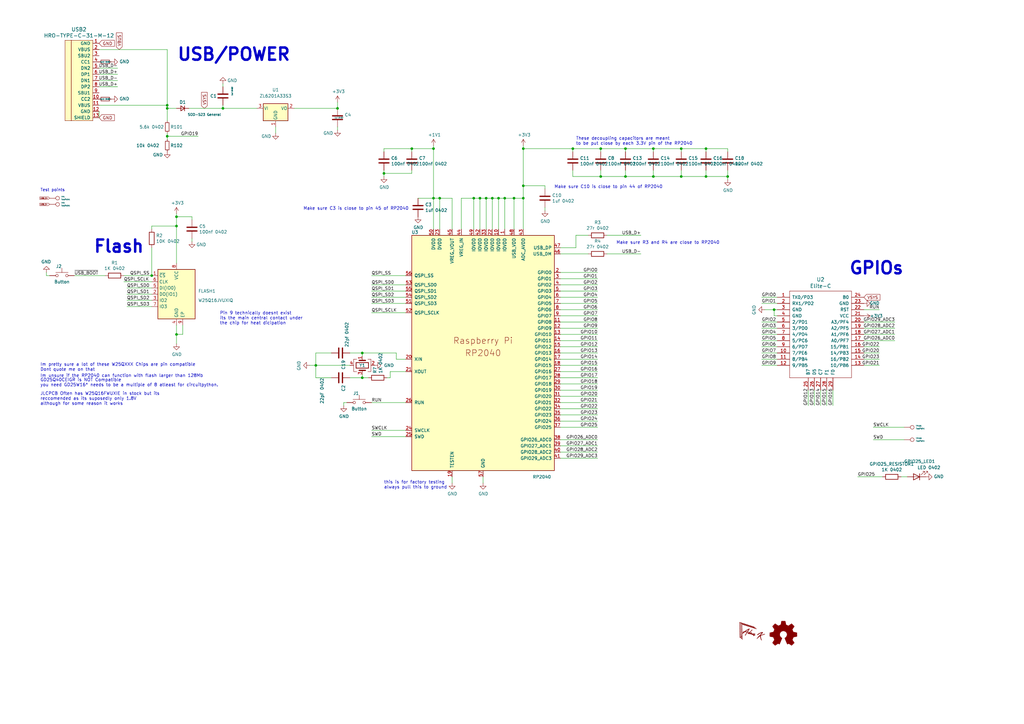
<source format=kicad_sch>
(kicad_sch (version 20230121) (generator eeschema)
  (paper "A3")
  (title_block (title "Raspberry Pi Pico Clone") (date "2020-12-18") (rev "REV1") (company "Envious.Design"))
  (lib_symbols
    (symbol "Connector:TestPoint" (pin_numbers hide) (pin_names (offset 0.762) hide)
      (property "Reference" "TP" (at 0 6.858 0))
      (property "Value" "TestPoint" (at 0 5.08 0))
      (symbol "TestPoint_1_1"
        (pin passive line (at 0 0 90) (length 2.54) (name "1") (number "1"))
      )
    )
    (symbol "Device:C" (pin_numbers hide) (pin_names (offset 0.254))
      (property "Reference" "C" (at 0.635 2.54 0))
      (property "Value" "C" (at 0.635 -2.54 0))
      (symbol "C_1_1"
        (pin passive line (at 0 3.81 270) (length 2.794) (name "~") (number "1"))
        (pin passive line (at 0 -3.81 90) (length 2.794) (name "~") (number "2"))
      )
    )
    (symbol "Device:Crystal_GND24" (pin_names (offset 1.016) hide)
      (property "Reference" "Y" (at 3.175 5.08 0))
      (property "Value" "Crystal_GND24" (at 3.175 3.175 0))
      (symbol "Crystal_GND24_1_1"
        (pin passive line (at -3.81 0 0) (length 1.27) (name "1") (number "1"))
        (pin passive line (at 0 5.08 270) (length 1.27) (name "2") (number "2"))
        (pin passive line (at 3.81 0 180) (length 1.27) (name "3") (number "3"))
        (pin passive line (at 0 -5.08 90) (length 1.27) (name "4") (number "4"))
      )
    )
    (symbol "Device:D_Small" (pin_numbers hide) (pin_names (offset 0.254) hide)
      (property "Reference" "D" (at -1.27 2.032 0))
      (property "Value" "D_Small" (at -3.81 -2.032 0))
      (symbol "D_Small_1_1"
        (pin passive line (at -2.54 0 0) (length 1.778) (name "K") (number "1"))
        (pin passive line (at 2.54 0 180) (length 1.778) (name "A") (number "2"))
      )
    )
    (symbol "Device:LED" (pin_numbers hide) (pin_names (offset 1.016) hide)
      (property "Reference" "D" (at 0 2.54 0))
      (property "Value" "LED" (at 0 -2.54 0))
      (symbol "LED_1_1"
        (pin passive line (at -3.81 0 0) (length 2.54) (name "K") (number "1"))
        (pin passive line (at 3.81 0 180) (length 2.54) (name "A") (number "2"))
      )
    )
    (symbol "Device:R" (pin_numbers hide) (pin_names (offset 0))
      (property "Reference" "R" (at 2.032 0 90))
      (property "Value" "R" (at 0 0 90))
      (symbol "R_1_1"
        (pin passive line (at 0 3.81 270) (length 1.27) (name "~") (number "1"))
        (pin passive line (at 0 -3.81 90) (length 1.27) (name "~") (number "2"))
      )
    )
    (symbol "Device:R_Small" (pin_numbers hide) (pin_names (offset 0.254) hide)
      (property "Reference" "R" (at 0.762 0.508 0))
      (property "Value" "R_Small" (at 0.762 -1.016 0))
      (symbol "R_Small_1_1"
        (pin passive line (at 0 2.54 270) (length 0.762) (name "~") (number "1"))
        (pin passive line (at 0 -2.54 90) (length 0.762) (name "~") (number "2"))
      )
    )
    (symbol "Graphic:Logo_Open_Hardware_Small" (pin_names (offset 1.016)))
    (symbol "MCU_RaspberryPi_RP2040:RP2040" (pin_names (offset 1.016))
      (property "Reference" "U" (at -29.21 49.53 0))
      (property "Value" "RP2040" (at 24.13 -49.53 0))
      (symbol "RP2040_0_0"
        (text "Raspberry Pi" (at 0 5.08 0) (effects (font (size 2.54 2.54))))
        (text "RP2040" (at 0 0 0) (effects (font (size 2.54 2.54))))
      )
      (symbol "RP2040_1_1"
        (pin power_in line (at 8.89 50.8 270) (length 2.54) (name "IOVDD") (number "1"))
        (pin power_in line (at 6.35 50.8 270) (length 2.54) (name "IOVDD") (number "10"))
        (pin bidirectional line (at 31.75 12.7 180) (length 2.54) (name "GPIO8") (number "11"))
        (pin bidirectional line (at 31.75 10.16 180) (length 2.54) (name "GPIO9") (number "12"))
        (pin bidirectional line (at 31.75 7.62 180) (length 2.54) (name "GPIO10") (number "13"))
        (pin bidirectional line (at 31.75 5.08 180) (length 2.54) (name "GPIO11") (number "14"))
        (pin bidirectional line (at 31.75 2.54 180) (length 2.54) (name "GPIO12") (number "15"))
        (pin bidirectional line (at 31.75 0 180) (length 2.54) (name "GPIO13") (number "16"))
        (pin bidirectional line (at 31.75 -2.54 180) (length 2.54) (name "GPIO14") (number "17"))
        (pin bidirectional line (at 31.75 -5.08 180) (length 2.54) (name "GPIO15") (number "18"))
        (pin passive line (at -12.7 -50.8 90) (length 2.54) (name "TESTEN") (number "19"))
        (pin bidirectional line (at 31.75 33.02 180) (length 2.54) (name "GPIO0") (number "2"))
        (pin input line (at -31.75 -2.54 0) (length 2.54) (name "XIN") (number "20"))
        (pin passive line (at -31.75 -7.62 0) (length 2.54) (name "XOUT") (number "21"))
        (pin power_in line (at 3.81 50.8 270) (length 2.54) (name "IOVDD") (number "22"))
        (pin power_in line (at -17.78 50.8 270) (length 2.54) (name "DVDD") (number "23"))
        (pin output line (at -31.75 -31.75 0) (length 2.54) (name "SWCLK") (number "24"))
        (pin bidirectional line (at -31.75 -34.29 0) (length 2.54) (name "SWD") (number "25"))
        (pin input line (at -31.75 -20.32 0) (length 2.54) (name "RUN") (number "26"))
        (pin bidirectional line (at 31.75 -7.62 180) (length 2.54) (name "GPIO16") (number "27"))
        (pin bidirectional line (at 31.75 -10.16 180) (length 2.54) (name "GPIO17") (number "28"))
        (pin bidirectional line (at 31.75 -12.7 180) (length 2.54) (name "GPIO18") (number "29"))
        (pin bidirectional line (at 31.75 30.48 180) (length 2.54) (name "GPIO1") (number "3"))
        (pin bidirectional line (at 31.75 -15.24 180) (length 2.54) (name "GPIO19") (number "30"))
        (pin bidirectional line (at 31.75 -17.78 180) (length 2.54) (name "GPIO20") (number "31"))
        (pin bidirectional line (at 31.75 -20.32 180) (length 2.54) (name "GPIO21") (number "32"))
        (pin power_in line (at 1.27 50.8 270) (length 2.54) (name "IOVDD") (number "33"))
        (pin bidirectional line (at 31.75 -22.86 180) (length 2.54) (name "GPIO22") (number "34"))
        (pin bidirectional line (at 31.75 -25.4 180) (length 2.54) (name "GPIO23") (number "35"))
        (pin bidirectional line (at 31.75 -27.94 180) (length 2.54) (name "GPIO24") (number "36"))
        (pin bidirectional line (at 31.75 -30.48 180) (length 2.54) (name "GPIO25") (number "37"))
        (pin bidirectional line (at 31.75 -35.56 180) (length 2.54) (name "GPIO26_ADC0") (number "38"))
        (pin bidirectional line (at 31.75 -38.1 180) (length 2.54) (name "GPIO27_ADC1") (number "39"))
        (pin bidirectional line (at 31.75 27.94 180) (length 2.54) (name "GPIO2") (number "4"))
        (pin bidirectional line (at 31.75 -40.64 180) (length 2.54) (name "GPIO28_ADC2") (number "40"))
        (pin bidirectional line (at 31.75 -43.18 180) (length 2.54) (name "GPIO29_ADC3") (number "41"))
        (pin power_in line (at -1.27 50.8 270) (length 2.54) (name "IOVDD") (number "42"))
        (pin power_in line (at 16.51 50.8 270) (length 2.54) (name "ADC_AVDD") (number "43"))
        (pin power_in line (at -8.89 50.8 270) (length 2.54) (name "VREG_IN") (number "44"))
        (pin power_out line (at -12.7 50.8 270) (length 2.54) (name "VREG_VOUT") (number "45"))
        (pin bidirectional line (at 31.75 40.64 180) (length 2.54) (name "USB_DM") (number "46"))
        (pin bidirectional line (at 31.75 43.18 180) (length 2.54) (name "USB_DP") (number "47"))
        (pin power_in line (at 12.7 50.8 270) (length 2.54) (name "USB_VDD") (number "48"))
        (pin power_in line (at -3.81 50.8 270) (length 2.54) (name "IOVDD") (number "49"))
        (pin bidirectional line (at 31.75 25.4 180) (length 2.54) (name "GPIO3") (number "5"))
        (pin power_in line (at -20.32 50.8 270) (length 2.54) (name "DVDD") (number "50"))
        (pin bidirectional line (at -31.75 20.32 0) (length 2.54) (name "QSPI_SD3") (number "51"))
        (pin output line (at -31.75 16.51 0) (length 2.54) (name "QSPI_SCLK") (number "52"))
        (pin bidirectional line (at -31.75 27.94 0) (length 2.54) (name "QSPI_SD0") (number "53"))
        (pin bidirectional line (at -31.75 22.86 0) (length 2.54) (name "QSPI_SD2") (number "54"))
        (pin bidirectional line (at -31.75 25.4 0) (length 2.54) (name "QSPI_SD1") (number "55"))
        (pin bidirectional line (at -31.75 31.75 0) (length 2.54) (name "QSPI_SS") (number "56"))
        (pin power_in line (at 0 -50.8 90) (length 2.54) (name "GND") (number "57"))
        (pin bidirectional line (at 31.75 22.86 180) (length 2.54) (name "GPIO4") (number "6"))
        (pin bidirectional line (at 31.75 20.32 180) (length 2.54) (name "GPIO5") (number "7"))
        (pin bidirectional line (at 31.75 17.78 180) (length 2.54) (name "GPIO6") (number "8"))
        (pin bidirectional line (at 31.75 15.24 180) (length 2.54) (name "GPIO7") (number "9"))
      )
    )
    (symbol "Memory_Flash:W25Q32JVZP"
      (property "Reference" "U" (at -6.35 11.43 0))
      (property "Value" "W25Q32JVZP" (at 7.62 11.43 0))
      (symbol "W25Q32JVZP_1_1"
        (pin input line (at -10.16 7.62 0) (length 2.54) (name "~{CS}") (number "1"))
        (pin bidirectional line (at -10.16 0 0) (length 2.54) (name "DO(IO1)") (number "2"))
        (pin bidirectional line (at -10.16 -2.54 0) (length 2.54) (name "IO2") (number "3"))
        (pin power_in line (at 0 -12.7 90) (length 2.54) (name "GND") (number "4"))
        (pin bidirectional line (at -10.16 2.54 0) (length 2.54) (name "DI(IO0)") (number "5"))
        (pin input line (at -10.16 5.08 0) (length 2.54) (name "CLK") (number "6"))
        (pin bidirectional line (at -10.16 -5.08 0) (length 2.54) (name "IO3") (number "7"))
        (pin power_in line (at 0 12.7 270) (length 2.54) (name "VCC") (number "8"))
        (pin passive line (at 2.54 -12.7 90) (length 2.54) (name "EP") (number "9"))
      )
    )
    (symbol "Regulator_Linear:XC6206PxxxMR" (pin_names (offset 0.254))
      (property "Reference" "U" (at -3.81 3.175 0))
      (property "Value" "XC6206PxxxMR" (at 0 3.175 0))
      (symbol "XC6206PxxxMR_1_1"
        (pin power_in line (at 0 -7.62 90) (length 2.54) (name "GND") (number "1"))
        (pin power_out line (at 7.62 0 180) (length 2.54) (name "VO") (number "2"))
        (pin power_in line (at -7.62 0 0) (length 2.54) (name "VI") (number "3"))
      )
    )
    (symbol "Switch:SW_Push" (pin_numbers hide) (pin_names (offset 1.016) hide)
      (property "Reference" "SW" (at 1.27 2.54 0))
      (property "Value" "SW_Push" (at 0 -1.524 0))
      (symbol "SW_Push_0_1"
        (pin passive line (at -5.08 0 0) (length 2.54) (name "1") (number "1"))
        (pin passive line (at 5.08 0 180) (length 2.54) (name "2") (number "2"))
      )
    )
    (symbol "Type-C:HRO-TYPE-C-31-M-12" (pin_names (offset 1.016))
      (property "Reference" "USB" (at -5.08 16.51 0))
      (property "Value" "HRO-TYPE-C-31-M-12" (at -10.16 -1.27 90))
      (symbol "HRO-TYPE-C-31-M-12_1_1"
        (pin input line (at 2.54 13.97 180) (length 2.54) (name "GND") (number "1"))
        (pin input line (at 2.54 -8.89 180) (length 2.54) (name "CC2") (number "10"))
        (pin input line (at 2.54 -11.43 180) (length 2.54) (name "VBUS") (number "11"))
        (pin input line (at 2.54 -13.97 180) (length 2.54) (name "GND") (number "12"))
        (pin input line (at 2.54 -16.51 180) (length 2.54) (name "SHIELD") (number "13"))
        (pin input line (at 2.54 11.43 180) (length 2.54) (name "VBUS") (number "2"))
        (pin input line (at 2.54 8.89 180) (length 2.54) (name "SBU2") (number "3"))
        (pin input line (at 2.54 6.35 180) (length 2.54) (name "CC1") (number "4"))
        (pin input line (at 2.54 3.81 180) (length 2.54) (name "DN2") (number "5"))
        (pin input line (at 2.54 1.27 180) (length 2.54) (name "DP1") (number "6"))
        (pin input line (at 2.54 -1.27 180) (length 2.54) (name "DN1") (number "7"))
        (pin input line (at 2.54 -3.81 180) (length 2.54) (name "DP2") (number "8"))
        (pin input line (at 2.54 -6.35 180) (length 2.54) (name "SBU1") (number "9"))
      )
    )
    (symbol "keebio:Elite-C" (pin_names (offset 1.016))
      (property "Reference" "U" (at 0 0 0))
      (property "Value" "Elite-C" (at 0 2.54 0))
      (symbol "Elite-C_1_1"
        (pin input line (at -17.78 13.97 0) (length 5.08) (name "TX0/PD3") (number "1"))
        (pin input line (at -17.78 -8.89 0) (length 5.08) (name "7/PE6") (number "10"))
        (pin input line (at -17.78 -11.43 0) (length 5.08) (name "8/PB4") (number "11"))
        (pin input line (at -17.78 -13.97 0) (length 5.08) (name "9/PB5") (number "12"))
        (pin input line (at 17.78 -13.97 180) (length 5.08) (name "10/PB6") (number "13"))
        (pin input line (at 17.78 -11.43 180) (length 5.08) (name "16/PB2") (number "14"))
        (pin input line (at 17.78 -8.89 180) (length 5.08) (name "14/PB3") (number "15"))
        (pin input line (at 17.78 -6.35 180) (length 5.08) (name "15/PB1") (number "16"))
        (pin input line (at 17.78 -3.81 180) (length 5.08) (name "A0/PF7") (number "17"))
        (pin input line (at 17.78 -1.27 180) (length 5.08) (name "A1/PF6") (number "18"))
        (pin input line (at 17.78 1.27 180) (length 5.08) (name "A2/PF5") (number "19"))
        (pin input line (at -17.78 11.43 0) (length 5.08) (name "RX1/PD2") (number "2"))
        (pin input line (at 17.78 3.81 180) (length 5.08) (name "A3/PF4") (number "20"))
        (pin input line (at 17.78 6.35 180) (length 5.08) (name "VCC") (number "21"))
        (pin input line (at 17.78 8.89 180) (length 5.08) (name "RST") (number "22"))
        (pin input line (at 17.78 11.43 180) (length 5.08) (name "GND") (number "23"))
        (pin input line (at 17.78 13.97 180) (length 5.08) (name "B0") (number "24"))
        (pin input line (at -5.08 -24.13 90) (length 5.08) (name "B7") (number "25"))
        (pin input line (at -2.54 -24.13 90) (length 5.08) (name "D5") (number "26"))
        (pin input line (at 0 -24.13 90) (length 5.08) (name "C7") (number "27"))
        (pin input line (at 2.54 -24.13 90) (length 5.08) (name "F1") (number "28"))
        (pin input line (at 5.08 -24.13 90) (length 5.08) (name "F0") (number "29"))
        (pin input line (at -17.78 8.89 0) (length 5.08) (name "GND") (number "3"))
        (pin input line (at -17.78 6.35 0) (length 5.08) (name "GND") (number "4"))
        (pin input line (at -17.78 3.81 0) (length 5.08) (name "2/PD1") (number "5"))
        (pin input line (at -17.78 1.27 0) (length 5.08) (name "3/PD0") (number "6"))
        (pin input line (at -17.78 -1.27 0) (length 5.08) (name "4/PD4") (number "7"))
        (pin input line (at -17.78 -3.81 0) (length 5.08) (name "5/PC6") (number "8"))
        (pin input line (at -17.78 -6.35 0) (length 5.08) (name "6/PD7") (number "9"))
      )
    )
    (symbol "logo:LOGO" (pin_names (offset 1.016)))
    (symbol "power:+1V1" (power) (pin_names (offset 0))
      (property "Value" "+1V1" (at 0 3.556 0))
      (symbol "+1V1_1_1"
        (pin power_in line (at 0 0 90) (length 0) hide (name "+1V1") (number "1"))
      )
    )
    (symbol "power:+3V3" (power) (pin_names (offset 0))
      (property "Value" "+3V3" (at 0 3.556 0))
      (symbol "+3V3_1_1"
        (pin power_in line (at 0 0 90) (length 0) hide (name "+3V3") (number "1"))
      )
    )
    (symbol "power:GND" (power) (pin_names (offset 0))
      (property "Value" "GND" (at 0 -3.81 0))
      (symbol "GND_1_1"
        (pin power_in line (at 0 0 270) (length 0) hide (name "GND") (number "1"))
      )
    )
  )
  (junction (at 267.97 72.39))
  (junction (at 199.39 81.28))
  (junction (at 289.56 60.96))
  (junction (at 201.93 81.28))
  (junction (at 157.48 71.12))
  (junction (at 148.59 154.94))
  (junction (at 129.54 149.86))
  (junction (at 256.54 60.96))
  (junction (at 72.39 137.16))
  (junction (at 91.44 44.45))
  (junction (at 68.58 43.18))
  (junction (at 62.23 113.03))
  (junction (at 180.34 81.28))
  (junction (at 246.38 72.39))
  (junction (at 68.58 55.88))
  (junction (at 196.85 81.28))
  (junction (at 72.39 88.9))
  (junction (at 177.8 60.96))
  (junction (at 279.4 60.96))
  (junction (at 68.58 44.45))
  (junction (at 214.63 76.2))
  (junction (at 234.95 60.96))
  (junction (at 210.82 81.28))
  (junction (at 279.4 72.39))
  (junction (at 256.54 72.39))
  (junction (at 72.39 92.71))
  (junction (at 289.56 72.39))
  (junction (at 214.63 60.96))
  (junction (at 168.91 60.96))
  (junction (at 317.5 127))
  (junction (at 298.45 72.39))
  (junction (at 207.01 81.28))
  (junction (at 177.8 81.28))
  (junction (at 267.97 60.96))
  (junction (at 148.59 144.78))
  (junction (at 194.31 81.28))
  (junction (at 204.47 81.28))
  (junction (at 214.63 81.28))
  (junction (at 246.38 60.96))
  (junction (at 138.43 44.45))
  (wire (pts (xy 157.48 71.12) (xy 168.91 71.12)))
  (wire (pts (xy 358.14 180.34) (xy 370.84 180.34)))
  (wire (pts (xy 152.4 116.84) (xy 166.37 116.84)))
  (wire (pts (xy 177.8 81.28) (xy 177.8 93.98)))
  (wire (pts (xy 185.42 93.98) (xy 185.42 81.28)))
  (wire (pts (xy 289.56 72.39) (xy 298.45 72.39)))
  (wire (pts (xy 91.44 43.18) (xy 91.44 44.45)))
  (wire (pts (xy 201.93 93.98) (xy 201.93 81.28)))
  (wire (pts (xy 78.74 90.17) (xy 78.74 88.9)))
  (wire (pts (xy 369.57 195.58) (xy 372.11 195.58)))
  (wire (pts (xy 68.58 20.32) (xy 40.64 20.32)))
  (wire (pts (xy 43.18 113.03) (xy 30.48 113.03)))
  (wire (pts (xy 40.64 33.02) (xy 48.26 33.02)))
  (wire (pts (xy 267.97 72.39) (xy 256.54 72.39)))
  (wire (pts (xy 312.42 124.46) (xy 318.77 124.46)))
  (wire (pts (xy 229.87 152.4) (xy 245.11 152.4)))
  (wire (pts (xy 361.95 195.58) (xy 351.79 195.58)))
  (wire (pts (xy 140.97 165.1) (xy 140.97 166.37)))
  (wire (pts (xy 229.87 114.3) (xy 245.11 114.3)))
  (wire (pts (xy 189.23 93.98) (xy 189.23 81.28)))
  (wire (pts (xy 148.59 153.67) (xy 148.59 154.94)))
  (wire (pts (xy 289.56 60.96) (xy 298.45 60.96)))
  (wire (pts (xy 229.87 129.54) (xy 245.11 129.54)))
  (wire (pts (xy 78.74 88.9) (xy 72.39 88.9)))
  (wire (pts (xy 256.54 69.85) (xy 256.54 72.39)))
  (wire (pts (xy 129.54 149.86) (xy 129.54 144.78)))
  (wire (pts (xy 229.87 154.94) (xy 245.11 154.94)))
  (wire (pts (xy 68.58 43.18) (xy 68.58 44.45)))
  (wire (pts (xy 334.01 166.37) (xy 334.01 160.02)))
  (wire (pts (xy 298.45 69.85) (xy 298.45 72.39)))
  (wire (pts (xy 229.87 157.48) (xy 245.11 157.48)))
  (wire (pts (xy 339.09 166.37) (xy 339.09 160.02)))
  (wire (pts (xy 256.54 62.23) (xy 256.54 60.96)))
  (wire (pts (xy 223.52 85.09) (xy 223.52 86.36)))
  (wire (pts (xy 236.22 96.52) (xy 241.3 96.52)))
  (wire (pts (xy 229.87 175.26) (xy 245.11 175.26)))
  (wire (pts (xy 354.33 132.08) (xy 367.03 132.08)))
  (wire (pts (xy 196.85 93.98) (xy 196.85 81.28)))
  (wire (pts (xy 68.58 55.88) (xy 81.28 55.88)))
  (wire (pts (xy 229.87 134.62) (xy 245.11 134.62)))
  (wire (pts (xy 354.33 127) (xy 360.68 127)))
  (wire (pts (xy 210.82 81.28) (xy 214.63 81.28)))
  (wire (pts (xy 162.56 147.32) (xy 166.37 147.32)))
  (wire (pts (xy 210.82 93.98) (xy 210.82 81.28)))
  (wire (pts (xy 246.38 72.39) (xy 256.54 72.39)))
  (wire (pts (xy 341.63 166.37) (xy 341.63 160.02)))
  (wire (pts (xy 77.47 44.45) (xy 91.44 44.45)))
  (wire (pts (xy 91.44 44.45) (xy 105.41 44.45)))
  (wire (pts (xy 229.87 187.96) (xy 245.11 187.96)))
  (wire (pts (xy 354.33 137.16) (xy 367.03 137.16)))
  (wire (pts (xy 148.59 154.94) (xy 151.13 154.94)))
  (wire (pts (xy 199.39 93.98) (xy 199.39 81.28)))
  (wire (pts (xy 68.58 20.32) (xy 68.58 43.18)))
  (wire (pts (xy 68.58 49.53) (xy 68.58 44.45)))
  (wire (pts (xy 298.45 73.66) (xy 298.45 72.39)))
  (wire (pts (xy 48.26 27.94) (xy 40.64 27.94)))
  (wire (pts (xy 62.23 118.11) (xy 52.07 118.11)))
  (wire (pts (xy 207.01 81.28) (xy 207.01 93.98)))
  (wire (pts (xy 72.39 140.97) (xy 72.39 137.16)))
  (wire (pts (xy 177.8 59.69) (xy 177.8 60.96)))
  (wire (pts (xy 246.38 60.96) (xy 256.54 60.96)))
  (wire (pts (xy 279.4 72.39) (xy 267.97 72.39)))
  (wire (pts (xy 289.56 60.96) (xy 289.56 62.23)))
  (wire (pts (xy 120.65 44.45) (xy 138.43 44.45)))
  (wire (pts (xy 189.23 81.28) (xy 194.31 81.28)))
  (wire (pts (xy 50.8 115.57) (xy 62.23 115.57)))
  (wire (pts (xy 354.33 139.7) (xy 367.03 139.7)))
  (wire (pts (xy 127 149.86) (xy 129.54 149.86)))
  (wire (pts (xy 68.58 44.45) (xy 72.39 44.45)))
  (wire (pts (xy 129.54 154.94) (xy 129.54 149.86)))
  (wire (pts (xy 129.54 149.86) (xy 143.51 149.86)))
  (wire (pts (xy 158.75 154.94) (xy 160.02 154.94)))
  (wire (pts (xy 143.51 154.94) (xy 148.59 154.94)))
  (wire (pts (xy 229.87 132.08) (xy 245.11 132.08)))
  (wire (pts (xy 229.87 170.18) (xy 245.11 170.18)))
  (wire (pts (xy 229.87 142.24) (xy 245.11 142.24)))
  (wire (pts (xy 229.87 172.72) (xy 245.11 172.72)))
  (wire (pts (xy 360.68 144.78) (xy 354.33 144.78)))
  (wire (pts (xy 354.33 142.24) (xy 360.68 142.24)))
  (wire (pts (xy 318.77 142.24) (xy 312.42 142.24)))
  (wire (pts (xy 318.77 147.32) (xy 312.42 147.32)))
  (wire (pts (xy 317.5 127) (xy 317.5 129.54)))
  (wire (pts (xy 312.42 139.7) (xy 318.77 139.7)))
  (wire (pts (xy 279.4 60.96) (xy 289.56 60.96)))
  (wire (pts (xy 62.23 92.71) (xy 72.39 92.71)))
  (wire (pts (xy 168.91 60.96) (xy 177.8 60.96)))
  (wire (pts (xy 229.87 137.16) (xy 245.11 137.16)))
  (wire (pts (xy 229.87 180.34) (xy 245.11 180.34)))
  (wire (pts (xy 62.23 101.6) (xy 62.23 113.03)))
  (wire (pts (xy 248.92 96.52) (xy 262.89 96.52)))
  (wire (pts (xy 229.87 147.32) (xy 245.11 147.32)))
  (wire (pts (xy 194.31 81.28) (xy 196.85 81.28)))
  (wire (pts (xy 336.55 166.37) (xy 336.55 160.02)))
  (wire (pts (xy 157.48 62.23) (xy 157.48 60.96)))
  (wire (pts (xy 214.63 60.96) (xy 234.95 60.96)))
  (wire (pts (xy 166.37 113.03) (xy 152.4 113.03)))
  (wire (pts (xy 229.87 111.76) (xy 245.11 111.76)))
  (wire (pts (xy 313.69 127) (xy 317.5 127)))
  (wire (pts (xy 229.87 116.84) (xy 245.11 116.84)))
  (wire (pts (xy 157.48 60.96) (xy 168.91 60.96)))
  (wire (pts (xy 180.34 93.98) (xy 180.34 81.28)))
  (wire (pts (xy 312.42 132.08) (xy 318.77 132.08)))
  (wire (pts (xy 229.87 165.1) (xy 245.11 165.1)))
  (wire (pts (xy 152.4 121.92) (xy 166.37 121.92)))
  (wire (pts (xy 166.37 176.53) (xy 152.4 176.53)))
  (wire (pts (xy 148.59 144.78) (xy 162.56 144.78)))
  (wire (pts (xy 162.56 147.32) (xy 162.56 144.78)))
  (wire (pts (xy 298.45 60.96) (xy 298.45 62.23)))
  (wire (pts (xy 229.87 167.64) (xy 245.11 167.64)))
  (wire (pts (xy 214.63 59.69) (xy 214.63 60.96)))
  (wire (pts (xy 180.34 81.28) (xy 177.8 81.28)))
  (wire (pts (xy 152.4 124.46) (xy 166.37 124.46)))
  (wire (pts (xy 138.43 41.91) (xy 138.43 44.45)))
  (wire (pts (xy 331.47 166.37) (xy 331.47 160.02)))
  (wire (pts (xy 194.31 93.98) (xy 194.31 81.28)))
  (wire (pts (xy 50.8 113.03) (xy 62.23 113.03)))
  (wire (pts (xy 52.07 120.65) (xy 62.23 120.65)))
  (wire (pts (xy 157.48 69.85) (xy 157.48 71.12)))
  (wire (pts (xy 185.42 81.28) (xy 180.34 81.28)))
  (wire (pts (xy 72.39 137.16) (xy 72.39 133.35)))
  (wire (pts (xy 354.33 147.32) (xy 360.68 147.32)))
  (wire (pts (xy 72.39 87.63) (xy 72.39 88.9)))
  (wire (pts (xy 229.87 162.56) (xy 245.11 162.56)))
  (wire (pts (xy 234.95 62.23) (xy 234.95 60.96)))
  (wire (pts (xy 229.87 124.46) (xy 245.11 124.46)))
  (wire (pts (xy 72.39 88.9) (xy 72.39 92.71)))
  (wire (pts (xy 312.42 149.86) (xy 318.77 149.86)))
  (wire (pts (xy 289.56 69.85) (xy 289.56 72.39)))
  (wire (pts (xy 229.87 101.6) (xy 236.22 101.6)))
  (wire (pts (xy 236.22 96.52) (xy 236.22 101.6)))
  (wire (pts (xy 185.42 195.58) (xy 185.42 198.12)))
  (wire (pts (xy 19.05 113.03) (xy 19.05 111.76)))
  (wire (pts (xy 166.37 128.27) (xy 152.4 128.27)))
  (wire (pts (xy 267.97 60.96) (xy 279.4 60.96)))
  (wire (pts (xy 267.97 69.85) (xy 267.97 72.39)))
  (wire (pts (xy 199.39 81.28) (xy 201.93 81.28)))
  (wire (pts (xy 234.95 69.85) (xy 234.95 72.39)))
  (wire (pts (xy 229.87 182.88) (xy 245.11 182.88)))
  (wire (pts (xy 40.64 35.56) (xy 48.26 35.56)))
  (wire (pts (xy 229.87 144.78) (xy 245.11 144.78)))
  (wire (pts (xy 360.68 149.86) (xy 354.33 149.86)))
  (wire (pts (xy 214.63 81.28) (xy 214.63 93.98)))
  (wire (pts (xy 148.59 144.78) (xy 148.59 146.05)))
  (wire (pts (xy 246.38 62.23) (xy 246.38 60.96)))
  (wire (pts (xy 68.58 54.61) (xy 68.58 55.88)))
  (wire (pts (xy 256.54 60.96) (xy 267.97 60.96)))
  (wire (pts (xy 135.89 154.94) (xy 129.54 154.94)))
  (wire (pts (xy 20.32 113.03) (xy 19.05 113.03)))
  (wire (pts (xy 229.87 160.02) (xy 245.11 160.02)))
  (wire (pts (xy 204.47 81.28) (xy 207.01 81.28)))
  (wire (pts (xy 160.02 152.4) (xy 166.37 152.4)))
  (wire (pts (xy 152.4 119.38) (xy 166.37 119.38)))
  (wire (pts (xy 229.87 139.7) (xy 245.11 139.7)))
  (wire (pts (xy 234.95 72.39) (xy 246.38 72.39)))
  (wire (pts (xy 312.42 134.62) (xy 318.77 134.62)))
  (wire (pts (xy 229.87 121.92) (xy 245.11 121.92)))
  (wire (pts (xy 279.4 62.23) (xy 279.4 60.96)))
  (wire (pts (xy 168.91 71.12) (xy 168.91 69.85)))
  (wire (pts (xy 142.24 165.1) (xy 140.97 165.1)))
  (wire (pts (xy 229.87 185.42) (xy 245.11 185.42)))
  (wire (pts (xy 354.33 134.62) (xy 367.03 134.62)))
  (wire (pts (xy 204.47 93.98) (xy 204.47 81.28)))
  (wire (pts (xy 138.43 52.07) (xy 138.43 53.34)))
  (wire (pts (xy 317.5 127) (xy 318.77 127)))
  (wire (pts (xy 201.93 81.28) (xy 204.47 81.28)))
  (wire (pts (xy 214.63 76.2) (xy 223.52 76.2)))
  (wire (pts (xy 279.4 69.85) (xy 279.4 72.39)))
  (wire (pts (xy 234.95 60.96) (xy 246.38 60.96)))
  (wire (pts (xy 289.56 72.39) (xy 279.4 72.39)))
  (wire (pts (xy 166.37 179.07) (xy 152.4 179.07)))
  (wire (pts (xy 248.92 104.14) (xy 262.89 104.14)))
  (wire (pts (xy 312.42 121.92) (xy 318.77 121.92)))
  (wire (pts (xy 72.39 137.16) (xy 74.93 137.16)))
  (wire (pts (xy 317.5 129.54) (xy 318.77 129.54)))
  (wire (pts (xy 214.63 60.96) (xy 214.63 76.2)))
  (wire (pts (xy 229.87 104.14) (xy 241.3 104.14)))
  (wire (pts (xy 214.63 76.2) (xy 214.63 81.28)))
  (wire (pts (xy 68.58 57.15) (xy 68.58 55.88)))
  (wire (pts (xy 229.87 149.86) (xy 245.11 149.86)))
  (wire (pts (xy 246.38 72.39) (xy 246.38 69.85)))
  (wire (pts (xy 168.91 62.23) (xy 168.91 60.96)))
  (wire (pts (xy 229.87 119.38) (xy 245.11 119.38)))
  (wire (pts (xy 370.84 175.26) (xy 358.14 175.26)))
  (wire (pts (xy 129.54 144.78) (xy 135.89 144.78)))
  (wire (pts (xy 143.51 144.78) (xy 148.59 144.78)))
  (wire (pts (xy 160.02 154.94) (xy 160.02 152.4)))
  (wire (pts (xy 157.48 71.12) (xy 157.48 72.39)))
  (wire (pts (xy 207.01 81.28) (xy 210.82 81.28)))
  (wire (pts (xy 113.03 52.07) (xy 113.03 54.61)))
  (wire (pts (xy 48.26 30.48) (xy 40.64 30.48)))
  (wire (pts (xy 223.52 77.47) (xy 223.52 76.2)))
  (wire (pts (xy 152.4 165.1) (xy 166.37 165.1)))
  (wire (pts (xy 62.23 125.73) (xy 52.07 125.73)))
  (wire (pts (xy 229.87 127) (xy 245.11 127)))
  (wire (pts (xy 198.12 195.58) (xy 198.12 198.12)))
  (wire (pts (xy 40.64 43.18) (xy 68.58 43.18)))
  (wire (pts (xy 78.74 97.79) (xy 78.74 99.06)))
  (wire (pts (xy 40.64 45.72) (xy 40.64 48.26)))
  (wire (pts (xy 318.77 137.16) (xy 312.42 137.16)))
  (wire (pts (xy 62.23 93.98) (xy 62.23 92.71)))
  (wire (pts (xy 177.8 60.96) (xy 177.8 81.28)))
  (wire (pts (xy 312.42 144.78) (xy 318.77 144.78)))
  (wire (pts (xy 72.39 92.71) (xy 72.39 107.95)))
  (wire (pts (xy 177.8 81.28) (xy 171.45 81.28)))
  (wire (pts (xy 267.97 62.23) (xy 267.97 60.96)))
  (wire (pts (xy 74.93 137.16) (xy 74.93 133.35)))
  (wire (pts (xy 62.23 123.19) (xy 52.07 123.19)))
  (wire (pts (xy 196.85 81.28) (xy 199.39 81.28)))
  (wire (pts (xy 91.44 35.56) (xy 91.44 34.29)))
  (text "Im unsure if the RP2040 can function with flash larger than 128Mb" (at 16.51 154.94 0) (effects (font (size 1.27 1.27)) (justify left bottom)))
  (text "Make sure R3 and R4 are close to RP2040" (at 252.73 100.33 0) (effects (font (size 1.27 1.27)) (justify left bottom)))
  (text "USB/POWER" (at 72.39 25.4 0) (effects (font (size 5.0038 5.0038) (thickness 1.0008) bold) (justify left bottom)))
  (text "GPIOs" (at 347.98 113.03 0) (effects (font (size 5.0038 5.0038) (thickness 1.0008) bold) (justify left bottom)))
  (text "Flash" (at 38.1 104.14 0) (effects (font (size 5.0038 5.0038) (thickness 1.0008) bold) (justify left bottom)))
  (text "Pin 9 technically doesnt exist\nits the main central contact under\nthe chip for heat dicipation" (at 90.17 133.35 0) (effects (font (size 1.27 1.27)) (justify left bottom)))
  (text "JLCPCB Often has W25Q16FWUXIE in stock but its \nreccomended as its suposedly only 1.8V\nalthough for some reason it works" (at 16.51 166.37 0) (effects (font (size 1.27 1.27)) (justify left bottom)))
  (text "These decoupling capacitors are meant\nto be put close by each 3.3V pin of the RP2040" (at 236.22 59.69 0) (effects (font (size 1.27 1.27)) (justify left bottom)))
  (text "Make sure C3 is close to pin 45 of RP2040" (at 167.64 86.36 0) (effects (font (size 1.27 1.27)) (justify right bottom)))
  (text "Im pretty sure a lot of these W25QXXX Chips are pin compatible\nDont quote me on that" (at 16.51 152.4 0) (effects (font (size 1.27 1.27)) (justify left bottom)))
  (text "Test points" (at 16.51 78.74 0) (effects (font (size 1.1938 1.1938)) (justify left bottom)))
  (text "GD25Q40CEIGR is NOT Compatible\nyou need GD25W16* needs to be a multiple of 8 atleast for circuitpython." (at 16.51 158.75 0) (effects (font (size 1.27 1.27)) (justify left bottom)))
  (text "Make sure C10 is close to pin 44 of RP2040" (at 227.33 77.47 0) (effects (font (size 1.27 1.27)) (justify left bottom)))
  (text "this is for factory testing\nalways pull this to ground" (at 157.48 200.66 0) (effects (font (size 1.27 1.27)) (justify left bottom)))
  (label "GPIO2" (at 312.42 132.08 0))
  (label "GPIO7" (at 245.11 129.54 180))
  (label "GPIO13" (at 245.11 144.78 180))
  (label "GPIO2" (at 245.11 116.84 180))
  (label "GPIO3" (at 312.42 134.62 0))
  (label "GPIO27_ADC1" (at 367.03 137.16 180))
  (label "GPIO29_ADC3" (at 245.11 187.96 180))
  (label "USB_D-" (at 48.26 33.02 180))
  (label "GPIO3" (at 245.11 119.38 180))
  (label "GPIO18" (at 245.11 157.48 180))
  (label "RUN" (at 152.4 165.1 0))
  (label "SWD" (at 152.4 179.07 0))
  (label "GPIO4" (at 245.11 121.92 180))
  (label "GPIO15" (at 245.11 149.86 180))
  (label "QSPI_SD2" (at 152.4 121.92 0))
  (label "GPIO25" (at 351.79 195.58 0))
  (label "GPIO21" (at 245.11 165.1 180))
  (label "USB_D+" (at 48.26 35.56 180))
  (label "GPIO20" (at 245.11 162.56 180))
  (label "GPIO6" (at 245.11 127 180))
  (label "QSPI_SCLK" (at 50.8 115.57 0))
  (label "GPIO12" (at 331.47 166.37 90))
  (label "QSPI_SD1" (at 152.4 119.38 0))
  (label "GPIO10" (at 245.11 137.16 180))
  (label "GPIO4" (at 312.42 137.16 0))
  (label "GPIO19" (at 245.11 160.02 180))
  (label "GPIO25" (at 245.11 175.26 180))
  (label "GPIO26_ADC0" (at 367.03 139.7 180))
  (label "GPIO9" (at 245.11 134.62 180))
  (label "QSPI_SCLK" (at 152.4 128.27 0))
  (label "GPIO23" (at 360.68 147.32 180))
  (label "USB_D-" (at 48.26 27.94 180))
  (label "GPIO1" (at 312.42 124.46 0))
  (label "USB_D-" (at 262.89 104.14 180))
  (label "GPIO15" (at 339.09 166.37 90))
  (label "GPIO21" (at 360.68 149.86 180))
  (label "GPIO7" (at 312.42 144.78 0))
  (label "GPIO26_ADC0" (at 245.11 180.34 180))
  (label "GPIO28_ADC2" (at 245.11 185.42 180))
  (label "GPIO23" (at 245.11 170.18 180))
  (label "GPIO5" (at 245.11 124.46 180))
  (label "GPIO14" (at 245.11 147.32 180))
  (label "GPIO8" (at 312.42 147.32 0))
  (label "QSPI_SS" (at 53.34 113.03 0))
  (label "SWCLK" (at 152.4 176.53 0))
  (label "GPIO0" (at 312.42 121.92 0))
  (label "QSPI_SD0" (at 52.07 118.11 0))
  (label "GPIO24" (at 245.11 172.72 180))
  (label "GPIO8" (at 245.11 132.08 180))
  (label "GPIO20" (at 360.68 144.78 180))
  (label "GPIO12" (at 245.11 142.24 180))
  (label "QSPI_SD1" (at 52.07 120.65 0))
  (label "GPIO27_ADC1" (at 245.11 182.88 180))
  (label "SWCLK" (at 358.14 175.26 0))
  (label "QSPI_SD3" (at 52.07 125.73 0))
  (label "~{USB_BOOT}" (at 30.48 113.03 0))
  (label "GPIO28_ADC2" (at 367.03 134.62 180))
  (label "SWD" (at 358.14 180.34 0))
  (label "QSPI_SD3" (at 152.4 124.46 0))
  (label "QSPI_SD0" (at 152.4 116.84 0))
  (label "QSPI_SS" (at 152.4 113.03 0))
  (label "QSPI_SD2" (at 52.07 123.19 0))
  (label "GPIO11" (at 245.11 139.7 180))
  (label "GPIO6" (at 312.42 142.24 0))
  (label "GPIO16" (at 245.11 152.4 180))
  (label "GPIO14" (at 336.55 166.37 90))
  (label "GPIO0" (at 245.11 111.76 180))
  (label "GPIO9" (at 312.42 149.86 0))
  (label "GPIO13" (at 334.01 166.37 90))
  (label "GPIO1" (at 245.11 114.3 180))
  (label "GPIO22" (at 360.68 142.24 180))
  (label "GPIO5" (at 312.42 139.7 0))
  (label "RUN" (at 360.68 127 180))
  (label "GPIO17" (at 245.11 154.94 180))
  (label "GPIO16" (at 341.63 166.37 90))
  (label "GPIO22" (at 245.11 167.64 180))
  (label "USB_D+" (at 262.89 96.52 180))
  (label "GPIO19" (at 81.28 55.88 180))
  (label "USB_D+" (at 48.26 30.48 180))
  (label "GPIO29_ADC3" (at 367.03 132.08 180))
  (global_label "VBUS" (shape input) (at 48.895 20.32 90) (effects (font (size 1.1938 1.1938))) (property "Intersheetrefs" "${INTERSHEET_REFS}" (effects hide)))
  (global_label "USB_D-" (shape input) (at 20.32 83.82 180) (effects (font (size 0.508 0.508))) (property "Intersheetrefs" "${INTERSHEET_REFS}" (effects hide)))
  (global_label "USB_D+" (shape input) (at 20.32 81.28 180) (effects (font (size 0.508 0.508))) (property "Intersheetrefs" "${INTERSHEET_REFS}" (effects hide)))
  (global_label "VSYS" (shape input) (at 354.33 121.92 0) (effects (font (size 1.1938 1.1938))) (property "Intersheetrefs" "${INTERSHEET_REFS}" (effects hide)))
  (global_label "VSYS" (shape input) (at 83.82 44.45 90) (effects (font (size 1.1938 1.1938))) (property "Intersheetrefs" "${INTERSHEET_REFS}" (effects hide)))
  (global_label "GND" (shape input) (at 40.64 17.78 0) (property "Intersheetrefs" "${INTERSHEET_REFS}" (effects hide)))
  (global_label "GND" (shape input) (at 40.64 48.26 0) (property "Intersheetrefs" "${INTERSHEET_REFS}" (effects hide)))
  (symbol (lib_id "MCU_RaspberryPi_RP2040:RP2040") (at 198.12 144.78 0) (unit 1)
    (property "Reference" "U3" (at 170.18 95.25 0))
    (property "Value" "RP2040" (at 222.25 195.58 0))
    (property "Footprint" "RP2040_minimal:RP2040-QFN-56" (effects hide))
    (property "LCSC" " C2040" (effects hide))
  )
  (symbol (lib_id "Device:C") (at 139.7 154.94 270) (unit 1)
    (property "Reference" "C2" (at 140.8684 157.861 0) (effects (justify left)))
    (property "Value" "22pF 0402" (at 132.08 154.94 0) (effects (justify left)))
    (property "Footprint" "Capacitor_SMD:C_0402_1005Metric" (effects hide))
    (property "LCSC" " " (effects hide))
  )
  (symbol (lib_id "power:+3V3") (at 72.39 87.63 0) (unit 1)
    (property "Reference" "#PWR07" (effects hide))
    (property "Value" "+3V3" (at 72.771 83.2358 0))
  )
  (symbol (lib_id "Device:R") (at 62.23 97.79 0) (unit 1)
    (property "Reference" "R2" (at 64.008 96.6216 0) (effects (justify left)))
    (property "Value" "10K 0402" (at 64.008 98.933 0) (effects (justify left)))
    (property "Footprint" "Capacitor_SMD:C_0402_1005Metric" (effects hide))
    (property "LCSC" "  " (effects hide))
  )
  (symbol (lib_id "Device:R") (at 46.99 113.03 270) (unit 1)
    (property "Reference" "R1" (at 46.99 107.7722 90))
    (property "Value" "1K 0402" (at 46.99 110.0836 90))
    (property "Footprint" "Capacitor_SMD:C_0402_1005Metric" (effects hide))
    (property "LCSC" " " (effects hide))
  )
  (symbol (lib_id "Device:C") (at 78.74 93.98 0) (unit 1)
    (property "Reference" "C5" (at 81.661 92.8116 0) (effects (justify left)))
    (property "Value" "100nf 0402" (at 81.661 95.123 0) (effects (justify left)))
    (property "Footprint" "Capacitor_SMD:C_0402_1005Metric" (effects hide))
    (property "LCSC" " " (effects hide))
  )
  (symbol (lib_id "power:GND") (at 78.74 99.06 0) (unit 1)
    (property "Reference" "#PWR011" (effects hide))
    (property "Value" "GND" (at 82.55 100.33 0))
  )
  (symbol (lib_id "power:GND") (at 198.12 198.12 0) (unit 1)
    (property "Reference" "#PWR016" (effects hide))
    (property "Value" "GND" (at 198.247 202.5142 0))
  )
  (symbol (lib_id "power:GND") (at 185.42 198.12 0) (unit 1)
    (property "Reference" "#PWR015" (effects hide))
    (property "Value" "GND" (at 185.547 202.5142 0))
  )
  (symbol (lib_id "Device:R") (at 245.11 96.52 270) (unit 1)
    (property "Reference" "R3" (at 245.11 91.2622 90))
    (property "Value" "27r 0402" (at 245.11 93.5736 90))
    (property "Footprint" "Resistor_SMD:R_0402_1005Metric" (effects hide))
    (property "LCSC" " " (effects hide))
  )
  (symbol (lib_id "Device:R") (at 245.11 104.14 270) (unit 1)
    (property "Reference" "R4" (at 245.11 98.8822 90))
    (property "Value" "27r 0402" (at 245.11 101.1936 90))
    (property "Footprint" "Resistor_SMD:R_0402_1005Metric" (effects hide))
    (property "LCSC" " " (effects hide))
  )
  (symbol (lib_id "power:+3V3") (at 214.63 59.69 0) (unit 1)
    (property "Reference" "#PWR017" (effects hide))
    (property "Value" "+3V3" (at 215.011 55.2958 0))
  )
  (symbol (lib_id "power:+1V1") (at 177.8 59.69 0) (unit 1)
    (property "Reference" "#PWR014" (effects hide))
    (property "Value" "+1V1" (at 178.181 55.2958 0))
  )
  (symbol (lib_id "Device:C") (at 234.95 66.04 0) (unit 1)
    (property "Reference" "C11" (at 237.871 64.8716 0) (effects (justify left)))
    (property "Value" "100nf 0402" (at 237.871 67.183 0) (effects (justify left)))
    (property "Footprint" "Capacitor_SMD:C_0402_1005Metric" (effects hide))
    (property "LCSC" " " (effects hide))
  )
  (symbol (lib_id "Device:C") (at 157.48 66.04 0) (unit 1)
    (property "Reference" "C6" (at 160.401 64.8716 0) (effects (justify left)))
    (property "Value" "100nf 0402" (at 160.401 67.183 0) (effects (justify left)))
    (property "Footprint" "Capacitor_SMD:C_0402_1005Metric" (effects hide))
    (property "LCSC" " " (effects hide))
  )
  (symbol (lib_id "Device:C") (at 168.91 66.04 0) (unit 1)
    (property "Reference" "C7" (at 171.831 64.8716 0) (effects (justify left)))
    (property "Value" "100nf 0402" (at 171.831 67.183 0) (effects (justify left)))
    (property "Footprint" "Capacitor_SMD:C_0402_1005Metric" (effects hide))
    (property "LCSC" " " (effects hide))
  )
  (symbol (lib_id "Device:C") (at 223.52 81.28 0) (unit 1)
    (property "Reference" "C10" (at 226.441 80.1116 0) (effects (justify left)))
    (property "Value" "1uf 0402" (at 226.441 82.423 0) (effects (justify left)))
    (property "Footprint" "Capacitor_SMD:C_0402_1005Metric" (effects hide))
    (property "LCSC" " " (effects hide))
  )
  (symbol (lib_id "power:GND") (at 157.48 72.39 0) (unit 1)
    (property "Reference" "#PWR012" (effects hide))
    (property "Value" "GND" (at 157.607 76.7842 0))
  )
  (symbol (lib_id "power:GND") (at 223.52 86.36 0) (unit 1)
    (property "Reference" "#PWR018" (effects hide))
    (property "Value" "GND" (at 223.647 90.7542 0))
  )
  (symbol (lib_id "power:+3V3") (at 138.43 41.91 0) (unit 1)
    (property "Reference" "#PWR09" (effects hide))
    (property "Value" "+3V3" (at 138.811 37.5158 0))
  )
  (symbol (lib_id "Device:C") (at 91.44 39.37 180) (unit 1)
    (property "Reference" "C1" (at 88.9 39.37 0) (effects (justify left)))
    (property "Value" "1uf 0402" (at 95.25 35.56 90) (effects (font (size 0.508 0.508)) (justify left)))
    (property "Footprint" "Capacitor_SMD:C_0402_1005Metric" (effects hide))
    (property "LCSC" " " (effects hide))
  )
  (symbol (lib_id "power:GND") (at 91.44 34.29 180) (unit 1)
    (property "Reference" "#PWR04" (effects hide))
    (property "Value" "GND" (at 95.25 33.02 0))
  )
  (symbol (lib_id "Switch:SW_Push") (at 25.4 113.03 0) (mirror y) (unit 1)
    (property "Reference" "J2" (at 24.13 109.22 0))
    (property "Value" "Button" (at 25.4 115.57 0))
    (property "Footprint" "Button_Switch_SMD:SW_SPST_CK_KXT3" (effects hide))
    (property "LCSC" " " (effects hide))
  )
  (symbol (lib_id "power:GND") (at 19.05 111.76 180) (unit 1)
    (property "Reference" "#PWR02" (effects hide))
    (property "Value" "GND" (at 18.923 107.3658 0))
  )
  (symbol (lib_id "logo:LOGO") (at 308.61 259.08 0) (unit 1)
    (property "Reference" "#G1" (effects hide))
    (property "Value" "LOGO" (effects hide))
    (property "Footprint" "EnvExtras:logo" (effects hide))
  )
  (symbol (lib_id "power:GND") (at 171.45 88.9 0) (unit 1)
    (property "Reference" "#PWR06" (effects hide))
    (property "Value" "GND" (at 171.577 93.2942 0))
  )
  (symbol (lib_id "Device:C") (at 171.45 85.09 0) (unit 1)
    (property "Reference" "C3" (at 174.371 83.9216 0) (effects (justify left)))
    (property "Value" "1uf 0402" (at 174.371 86.233 0) (effects (justify left)))
    (property "Footprint" "Capacitor_SMD:C_0402_1005Metric" (effects hide))
    (property "LCSC" " " (effects hide))
  )
  (symbol (lib_id "Graphic:Logo_Open_Hardware_Small") (at 321.31 260.35 0) (unit 1)
    (property "Reference" "#LOGO1" (effects hide))
    (property "Value" "Logo_Open_Hardware_Small" (effects hide))
    (property "Footprint" "EnvExtras:logo" (effects hide))
  )
  (symbol (lib_id "power:GND") (at 72.39 140.97 0) (unit 1)
    (property "Reference" "#PWR0101" (effects hide))
    (property "Value" "GND" (at 72.517 145.3642 0))
  )
  (symbol (lib_id "Device:C") (at 246.38 66.04 0) (unit 1)
    (property "Reference" "C8" (at 249.301 64.8716 0) (effects (justify left)))
    (property "Value" "100nf 0402" (at 249.301 67.183 0) (effects (justify left)))
    (property "Footprint" "Capacitor_SMD:C_0402_1005Metric" (effects hide))
    (property "LCSC" " " (effects hide))
  )
  (symbol (lib_id "Device:C") (at 279.4 66.04 0) (unit 1)
    (property "Reference" "C15" (at 282.321 64.8716 0) (effects (justify left)))
    (property "Value" "100nf 0402" (at 282.321 67.183 0) (effects (justify left)))
    (property "Footprint" "Capacitor_SMD:C_0402_1005Metric" (effects hide))
    (property "LCSC" " " (effects hide))
  )
  (symbol (lib_id "Device:C") (at 267.97 66.04 0) (unit 1)
    (property "Reference" "C14" (at 270.891 64.8716 0) (effects (justify left)))
    (property "Value" "100nf 0402" (at 270.891 67.183 0) (effects (justify left)))
    (property "Footprint" "Capacitor_SMD:C_0402_1005Metric" (effects hide))
    (property "LCSC" " " (effects hide))
  )
  (symbol (lib_id "Device:C") (at 256.54 66.04 0) (unit 1)
    (property "Reference" "C13" (at 259.461 64.8716 0) (effects (justify left)))
    (property "Value" "100nf 0402" (at 259.461 67.183 0) (effects (justify left)))
    (property "Footprint" "Capacitor_SMD:C_0402_1005Metric" (effects hide))
    (property "LCSC" " " (effects hide))
  )
  (symbol (lib_id "power:GND") (at 298.45 73.66 0) (unit 1)
    (property "Reference" "#PWR08" (effects hide))
    (property "Value" "GND" (at 298.577 78.0542 0))
  )
  (symbol (lib_id "Device:R_Small") (at 43.18 25.4 270) (unit 1)
    (property "Reference" "R6" (effects hide))
    (property "Value" "5.1K 0402" (at 43.18 25.4 90) (effects (font (size 0.508 0.508))))
    (property "Footprint" "Resistor_SMD:R_0402_1005Metric" (effects hide))
    (property "LCSC" " " (effects hide))
  )
  (symbol (lib_id "Device:R_Small") (at 43.18 40.64 270) (unit 1)
    (property "Reference" "R5" (effects hide))
    (property "Value" "5.1K 0402" (at 43.18 40.64 90) (effects (font (size 0.508 0.508))))
    (property "Footprint" "Resistor_SMD:R_0402_1005Metric" (effects hide))
    (property "LCSC" " " (effects hide))
  )
  (symbol (lib_id "power:GND") (at 45.72 40.64 90) (unit 1)
    (property "Reference" "#PWR0108" (effects hide))
    (property "Value" "GND" (at 48.9712 40.513 90) (effects (justify right)))
  )
  (symbol (lib_id "power:GND") (at 45.72 25.4 90) (unit 1)
    (property "Reference" "#PWR0109" (effects hide))
    (property "Value" "GND" (at 48.9712 25.273 90) (effects (justify right)))
  )
  (symbol (lib_id "Device:R") (at 365.76 195.58 270) (unit 1)
    (property "Reference" "GPIO25_RESISTOR1" (at 365.76 190.3222 90))
    (property "Value" "1K 0402" (at 365.76 192.6336 90))
    (property "Footprint" "Resistor_SMD:R_0402_1005Metric" (effects hide))
    (property "LCSC" " " (effects hide))
  )
  (symbol (lib_id "Device:LED") (at 375.92 195.58 180) (unit 1)
    (property "Reference" "GPIO25_LED1" (at 377.19 189.23 0))
    (property "Value" "LED 0402" (at 381 191.77 0))
    (property "Footprint" "LED_SMD:LED_0402_1005Metric" (effects hide))
    (property "LCSC" " " (effects hide))
  )
  (symbol (lib_id "power:GND") (at 379.73 195.58 90) (unit 1)
    (property "Reference" "#PWR033" (effects hide))
    (property "Value" "GND" (at 382.9812 195.453 90) (effects (justify right)))
  )
  (symbol (lib_id "Connector:TestPoint") (at 20.32 81.28 270) (unit 1)
    (property "Reference" "TP1" (at 25.0952 80.7212 90) (effects (font (size 0.508 0.508)) (justify left)))
    (property "Value" "TestPoint" (at 25.0952 81.8134 90) (effects (font (size 0.508 0.508)) (justify left)))
    (property "Footprint" "EnvExtras:CustomTestPoint" (effects hide))
    (property "LCSC" " " (effects hide))
  )
  (symbol (lib_id "Connector:TestPoint") (at 20.32 83.82 270) (unit 1)
    (property "Reference" "TP2" (at 25.0952 83.2612 90) (effects (font (size 0.508 0.508)) (justify left)))
    (property "Value" "TestPoint" (at 25.0952 84.3534 90) (effects (font (size 0.508 0.508)) (justify left)))
    (property "Footprint" "EnvExtras:CustomTestPoint" (effects hide))
    (property "LCSC" " " (effects hide))
  )
  (symbol (lib_id "Device:C") (at 138.43 48.26 0) (unit 1)
    (property "Reference" "C4" (at 141.351 47.0916 0) (effects (justify left)))
    (property "Value" "1uf 0402" (at 137.16 48.26 0) (effects (font (size 0.508 0.508)) (justify left)))
    (property "Footprint" "Capacitor_SMD:C_0402_1005Metric" (effects hide))
    (property "LCSC" " " (effects hide))
  )
  (symbol (lib_id "power:GND") (at 138.43 53.34 0) (unit 1)
    (property "Reference" "#PWR0114" (effects hide))
    (property "Value" "GND" (at 134.62 54.61 0))
  )
  (symbol (lib_id "Device:C") (at 289.56 66.04 0) (unit 1)
    (property "Reference" "C16" (at 292.481 64.8716 0) (effects (justify left)))
    (property "Value" "100nf 0402" (at 292.481 67.183 0) (effects (justify left)))
    (property "Footprint" "Capacitor_SMD:C_0402_1005Metric" (effects hide))
    (property "LCSC" " " (effects hide))
  )
  (symbol (lib_id "Device:C") (at 298.45 66.04 0) (unit 1)
    (property "Reference" "C18" (at 301.371 64.8716 0) (effects (justify left)))
    (property "Value" "100nf 0402" (at 301.371 67.183 0) (effects (justify left)))
    (property "Footprint" "Capacitor_SMD:C_0402_1005Metric" (effects hide))
    (property "LCSC" " " (effects hide))
  )
  (symbol (lib_id "Device:Crystal_GND24") (at 148.59 149.86 270) (unit 1)
    (property "Reference" "Y1" (at 147.32 149.86 90) (effects (justify left)))
    (property "Value" "3225-4P 12MHz" (effects hide))
    (property "Footprint" "Crystal:Crystal_SMD_3225-4Pin_3.2x2.5mm" (effects hide))
    (property "LCSC" " " (effects hide))
  )
  (symbol (lib_id "Device:C") (at 139.7 144.78 270) (unit 1)
    (property "Reference" "C19" (at 140.8684 147.701 0) (effects (justify left)))
    (property "Value" "22pf 0402" (at 142.24 132.08 0) (effects (justify left)))
    (property "Footprint" "Capacitor_SMD:C_0402_1005Metric" (effects hide))
    (property "LCSC" " " (effects hide))
  )
  (symbol (lib_id "keebio:Elite-C") (at 336.55 135.89 0) (unit 1)
    (property "Reference" "U2" (at 336.55 114.6302 0) (effects (font (size 1.524 1.524))))
    (property "Value" "Elite-C" (at 336.55 117.3226 0) (effects (font (size 1.524 1.524))))
    (property "Footprint" "Keebio-Parts:Elite-C" (effects hide))
  )
  (symbol (lib_id "power:GND") (at 313.69 127 270) (unit 1)
    (property "Reference" "#PWR0102" (effects hide))
    (property "Value" "GND" (at 309.2958 127.127 0))
  )
  (symbol (lib_id "power:GND") (at 354.33 124.46 90) (unit 1)
    (property "Reference" "#PWR0103" (effects hide))
    (property "Value" "GND" (at 358.7242 124.333 90))
  )
  (symbol (lib_id "Device:R_Small") (at 68.58 52.07 0) (unit 1)
    (property "Reference" "R101" (at 69.85 52.07 0) (effects (justify left)))
    (property "Value" "5.6k 0402" (at 57.15 52.07 0) (effects (justify left)))
    (property "Footprint" "Resistor_SMD:R_0402_1005Metric" (effects hide))
  )
  (symbol (lib_id "Device:D_Small") (at 74.93 44.45 180) (unit 1)
    (property "Reference" "D1" (at 74.93 41.91 0))
    (property "Value" "SOD-523 General" (at 83.82 46.99 0) (effects (font (size 1 1))))
    (property "Footprint" "Diode_SMD:D_SOD-523" (effects hide))
  )
  (symbol (lib_id "Regulator_Linear:XC6206PxxxMR") (at 113.03 44.45 0) (unit 1)
    (property "Reference" "U1" (at 113.03 36.83 0))
    (property "Value" "ZL6201A33S3" (at 113.03 39.37 0))
    (property "Footprint" "Package_TO_SOT_SMD:SOT-23" (effects hide))
    (property "Datasheet" "https://www.torexsemi.com/file/xc6206/XC6206.pdf" (effects hide))
  )
  (symbol (lib_id "Memory_Flash:W25Q32JVZP") (at 72.39 120.65 0) (unit 1)
    (property "Reference" "FLASH1" (at 81.28 119.3799 0) (effects (justify left)))
    (property "Value" "W25Q16JVUXIQ" (at 81.28 123.1899 0) (effects (justify left)))
    (property "Footprint" "Package_SON:SON-8-1EP_3x2mm_P0.5mm_EP1.4x1.6mm" (effects hide))
    (property "Datasheet" "http://www.winbond.com/resource-files/w25q32jv%20revg%2003272018%20plus.pdf" (effects hide))
  )
  (symbol (lib_id "power:GND") (at 113.03 54.61 0) (unit 1)
    (property "Reference" "#PWR0110" (effects hide))
    (property "Value" "GND" (at 109.22 55.88 0))
  )
  (symbol (lib_id "power:GND") (at 140.97 166.37 0) (unit 1)
    (property "Reference" "#PWR0106" (effects hide))
    (property "Value" "GND" (at 141.097 170.7642 0))
  )
  (symbol (lib_id "power:GND") (at 68.58 62.23 0) (unit 1)
    (property "Reference" "#PWR0104" (effects hide))
    (property "Value" "GND" (at 64.77 63.5 0))
  )
  (symbol (lib_id "power:+3V3") (at 354.33 129.54 270) (unit 1)
    (property "Reference" "#PWR0111" (effects hide))
    (property "Value" "+3V3" (at 359.41 129.54 90))
  )
  (symbol (lib_id "Type-C:HRO-TYPE-C-31-M-12") (at 38.1 31.75 0) (unit 1)
    (property "Reference" "USB2" (at 32.385 12.065 0) (effects (font (size 1.524 1.524))))
    (property "Value" "HRO-TYPE-C-31-M-12" (at 32.385 14.605 0) (effects (font (size 1.524 1.524))))
    (property "Footprint" "HRO-TYPE-C31-M-12:HRO-TYPE-C-31-M-12" (effects hide))
  )
  (symbol (lib_id "power:GND") (at 127 149.86 270) (unit 1)
    (property "Reference" "#PWR0105" (effects hide))
    (property "Value" "GND" (at 122.6058 149.987 0))
  )
  (symbol (lib_id "Device:R") (at 154.94 154.94 90) (unit 1)
    (property "Reference" "R7" (at 153.7716 153.162 0) (effects (justify left)))
    (property "Value" "1K 0402" (at 156.083 153.162 0) (effects (justify left)))
    (property "Footprint" "Capacitor_SMD:C_0402_1005Metric" (effects hide))
    (property "LCSC" "  " (effects hide))
  )
  (symbol (lib_id "Device:R_Small") (at 68.58 59.69 0) (unit 1)
    (property "Reference" "R102" (at 69.85 59.69 0) (effects (justify left)))
    (property "Value" "10k 0402" (at 55.88 59.69 0) (effects (justify left)))
    (property "Footprint" "Resistor_SMD:R_0402_1005Metric" (effects hide))
  )
  (symbol (lib_id "Connector:TestPoint") (at 370.84 175.26 270) (unit 1)
    (property "Reference" "TP101" (at 375.6152 174.7012 90) (effects (font (size 0.508 0.508)) (justify left)))
    (property "Value" "TestPoint" (at 375.6152 175.7934 90) (effects (font (size 0.508 0.508)) (justify left)))
    (property "Footprint" "EnvExtras:CustomTestPoint" (effects hide))
    (property "LCSC" " " (effects hide))
  )
  (symbol (lib_id "power:GND") (at 153.67 149.86 90) (unit 1)
    (property "Reference" "#PWR0107" (effects hide))
    (property "Value" "GND" (at 157.48 149.8599 90) (effects (justify right)))
  )
  (symbol (lib_id "Switch:SW_Push") (at 147.32 165.1 0) (mirror y) (unit 1)
    (property "Reference" "J1" (at 146.05 161.29 0))
    (property "Value" "Button" (at 147.32 167.64 0))
    (property "Footprint" "Button_Switch_SMD:SW_SPST_CK_KXT3" (effects hide))
    (property "LCSC" " " (effects hide))
  )
  (symbol (lib_id "Connector:TestPoint") (at 370.84 180.34 270) (unit 1)
    (property "Reference" "TP103" (at 375.6152 179.7812 90) (effects (font (size 0.508 0.508)) (justify left)))
    (property "Value" "TestPoint" (at 375.6152 180.8734 90) (effects (font (size 0.508 0.508)) (justify left)))
    (property "Footprint" "EnvExtras:CustomTestPoint" (effects hide))
    (property "LCSC" " " (effects hide))
  )
)
</source>
